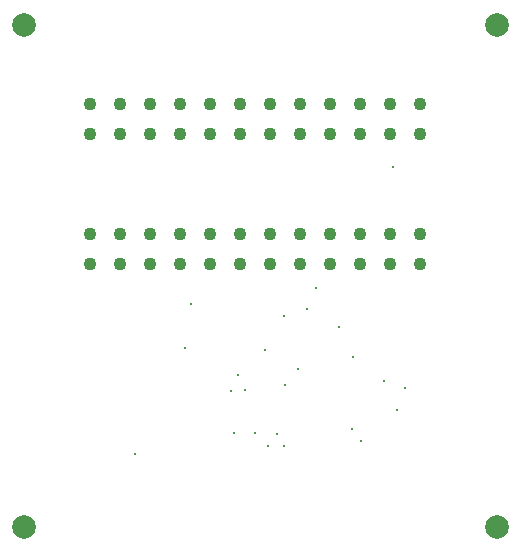
<source format=gbr>
%TF.GenerationSoftware,Altium Limited,Altium Designer,23.2.1 (34)*%
G04 Layer_Color=0*
%FSLAX45Y45*%
%MOMM*%
%TF.SameCoordinates,7D16A08E-AD26-414A-B05A-F9FA4662990C*%
%TF.FilePolarity,Positive*%
%TF.FileFunction,Plated,1,2,PTH,Drill*%
%TF.Part,Single*%
G01*
G75*
%TA.AperFunction,ComponentDrill*%
%ADD31C,1.10000*%
%TA.AperFunction,OtherDrill,Pad Free-M4 (27.5mm,70mm)*%
%ADD32C,2.00000*%
%TA.AperFunction,OtherDrill,Pad Free-M3 (67.5mm,70mm)*%
%ADD33C,2.00000*%
%TA.AperFunction,OtherDrill,Pad Free-M2 (67.5mm,27.5mm)*%
%ADD34C,2.00000*%
%TA.AperFunction,OtherDrill,Pad Free-M1 (27.5mm,27.5mm)*%
%ADD35C,2.00000*%
%TA.AperFunction,ViaDrill,NotFilled*%
%ADD36C,0.30000*%
D31*
X6097006Y6332382D02*
D03*
X5843006D02*
D03*
X6097006Y6078382D02*
D03*
X5843006D02*
D03*
X5335006Y6332382D02*
D03*
Y6078382D02*
D03*
X4827006Y6332382D02*
D03*
Y6078382D02*
D03*
X4065006Y6332382D02*
D03*
Y6078382D02*
D03*
X3811006Y6332382D02*
D03*
Y6078382D02*
D03*
X3303006D02*
D03*
Y6332382D02*
D03*
X3557006Y6078382D02*
D03*
Y6332382D02*
D03*
X4319006Y6078382D02*
D03*
Y6332382D02*
D03*
X4573006Y6078382D02*
D03*
Y6332382D02*
D03*
X5081006Y6078382D02*
D03*
Y6332382D02*
D03*
X5589006Y6078382D02*
D03*
Y6332382D02*
D03*
X6097001Y5232374D02*
D03*
X5843001D02*
D03*
X6097001Y4978374D02*
D03*
X5843001D02*
D03*
X5335001Y5232374D02*
D03*
Y4978374D02*
D03*
X4827001Y5232374D02*
D03*
Y4978374D02*
D03*
X4065001Y5232374D02*
D03*
Y4978374D02*
D03*
X3811001Y5232374D02*
D03*
Y4978374D02*
D03*
X3303001D02*
D03*
Y5232374D02*
D03*
X3557001Y4978374D02*
D03*
Y5232374D02*
D03*
X4319001Y4978374D02*
D03*
Y5232374D02*
D03*
X4573001Y4978374D02*
D03*
Y5232374D02*
D03*
X5081001Y4978374D02*
D03*
Y5232374D02*
D03*
X5589001Y4978374D02*
D03*
Y5232374D02*
D03*
D32*
X2750000Y7000000D02*
D03*
D33*
X6750000D02*
D03*
D34*
Y2750000D02*
D03*
D35*
X2750000D02*
D03*
D36*
X5415001Y4442480D02*
D03*
X4790000Y4250000D02*
D03*
X4961231Y3954150D02*
D03*
X5140000Y4600000D02*
D03*
X4950000Y4540000D02*
D03*
X4110001Y4265380D02*
D03*
X4160001Y4635380D02*
D03*
X4500001Y3905380D02*
D03*
X4560001Y4035380D02*
D03*
X5067645Y4089282D02*
D03*
X4950001Y3435380D02*
D03*
X4886600Y3538240D02*
D03*
X4701901Y3543320D02*
D03*
X4810001Y3435380D02*
D03*
X5798673Y3988080D02*
D03*
X5970001Y3925380D02*
D03*
X4620656Y3906540D02*
D03*
X5902681Y3738900D02*
D03*
X3685261Y3368060D02*
D03*
X5869661Y5798840D02*
D03*
X5529301Y3581420D02*
D03*
X5599999Y3474740D02*
D03*
X5219421Y4770140D02*
D03*
X4528541Y3543762D02*
D03*
X5536921Y4193083D02*
D03*
%TF.MD5,583ceab987bcf8b494b1c26a58b62045*%
M02*

</source>
